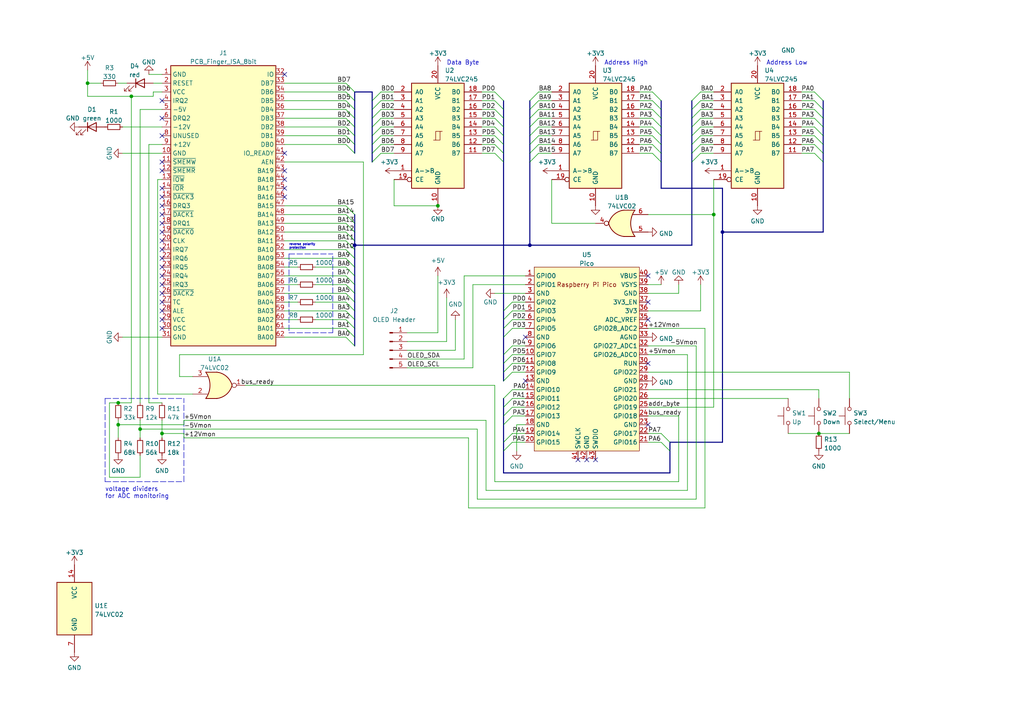
<source format=kicad_sch>
(kicad_sch (version 20211123) (generator eeschema)
  (paper "A4")
  (title_block (title "PicoPOST Prototype") (date "2022-06-16") (rev "0.2") (company "The Retro Web Community") (comment 1 "Schematic by Matthew Petry (fireTwoOneNine)"))
  (lib_symbols
    (symbol "74xx:74HC245" (pin_names (offset 1.016))
      (property "Reference" "U" (at -7.62 16.51 0))
      (property "Value" "74HC245" (at -7.62 -16.51 0))
      (symbol "74HC245_1_0"
        (pin input line (at -12.7 -10.16 0) (length 5.08) (name "A->B") (number "1"))
        (pin power_in line (at 0 -20.32 90) (length 5.08) (name "GND") (number "10"))
        (pin tri_state line (at 12.7 -5.08 180) (length 5.08) (name "B7") (number "11"))
        (pin tri_state line (at 12.7 -2.54 180) (length 5.08) (name "B6") (number "12"))
        (pin tri_state line (at 12.7 0 180) (length 5.08) (name "B5") (number "13"))
        (pin tri_state line (at 12.7 2.54 180) (length 5.08) (name "B4") (number "14"))
        (pin tri_state line (at 12.7 5.08 180) (length 5.08) (name "B3") (number "15"))
        (pin tri_state line (at 12.7 7.62 180) (length 5.08) (name "B2") (number "16"))
        (pin tri_state line (at 12.7 10.16 180) (length 5.08) (name "B1") (number "17"))
        (pin tri_state line (at 12.7 12.7 180) (length 5.08) (name "B0") (number "18"))
        (pin input inverted (at -12.7 -12.7 0) (length 5.08) (name "CE") (number "19"))
        (pin tri_state line (at -12.7 12.7 0) (length 5.08) (name "A0") (number "2"))
        (pin power_in line (at 0 20.32 270) (length 5.08) (name "VCC") (number "20"))
        (pin tri_state line (at -12.7 10.16 0) (length 5.08) (name "A1") (number "3"))
        (pin tri_state line (at -12.7 7.62 0) (length 5.08) (name "A2") (number "4"))
        (pin tri_state line (at -12.7 5.08 0) (length 5.08) (name "A3") (number "5"))
        (pin tri_state line (at -12.7 2.54 0) (length 5.08) (name "A4") (number "6"))
        (pin tri_state line (at -12.7 0 0) (length 5.08) (name "A5") (number "7"))
        (pin tri_state line (at -12.7 -2.54 0) (length 5.08) (name "A6") (number "8"))
        (pin tri_state line (at -12.7 -5.08 0) (length 5.08) (name "A7") (number "9"))
      )
    )
    (symbol "74xx:74LS02" (pin_names (offset 1.016))
      (property "Reference" "U" (at 0 1.27 0))
      (property "Value" "74LS02" (at 0 -1.27 0))
      (symbol "74LS02_1_1"
        (pin output inverted (at 7.62 0 180) (length 3.81) (name "~") (number "1"))
        (pin input line (at -7.62 2.54 0) (length 4.318) (name "~") (number "2"))
        (pin input line (at -7.62 -2.54 0) (length 4.318) (name "~") (number "3"))
      )
      (symbol "74LS02_1_2"
        (pin output line (at 7.62 0 180) (length 3.81) (name "~") (number "1"))
        (pin input inverted (at -7.62 2.54 0) (length 3.81) (name "~") (number "2"))
        (pin input inverted (at -7.62 -2.54 0) (length 3.81) (name "~") (number "3"))
      )
      (symbol "74LS02_2_1"
        (pin output inverted (at 7.62 0 180) (length 3.81) (name "~") (number "4"))
        (pin input line (at -7.62 2.54 0) (length 4.318) (name "~") (number "5"))
        (pin input line (at -7.62 -2.54 0) (length 4.318) (name "~") (number "6"))
      )
      (symbol "74LS02_2_2"
        (pin output line (at 7.62 0 180) (length 3.81) (name "~") (number "4"))
        (pin input inverted (at -7.62 2.54 0) (length 3.81) (name "~") (number "5"))
        (pin input inverted (at -7.62 -2.54 0) (length 3.81) (name "~") (number "6"))
      )
      (symbol "74LS02_3_1"
        (pin output inverted (at 7.62 0 180) (length 3.81) (name "~") (number "10"))
        (pin input line (at -7.62 2.54 0) (length 4.318) (name "~") (number "8"))
        (pin input line (at -7.62 -2.54 0) (length 4.318) (name "~") (number "9"))
      )
      (symbol "74LS02_3_2"
        (pin output line (at 7.62 0 180) (length 3.81) (name "~") (number "10"))
        (pin input inverted (at -7.62 2.54 0) (length 3.81) (name "~") (number "8"))
        (pin input inverted (at -7.62 -2.54 0) (length 3.81) (name "~") (number "9"))
      )
      (symbol "74LS02_4_1"
        (pin input line (at -7.62 2.54 0) (length 4.318) (name "~") (number "11"))
        (pin input line (at -7.62 -2.54 0) (length 4.318) (name "~") (number "12"))
        (pin output inverted (at 7.62 0 180) (length 3.81) (name "~") (number "13"))
      )
      (symbol "74LS02_4_2"
        (pin input inverted (at -7.62 2.54 0) (length 3.81) (name "~") (number "11"))
        (pin input inverted (at -7.62 -2.54 0) (length 3.81) (name "~") (number "12"))
        (pin output line (at 7.62 0 180) (length 3.81) (name "~") (number "13"))
      )
      (symbol "74LS02_5_0"
        (pin power_in line (at 0 12.7 270) (length 5.08) (name "VCC") (number "14"))
        (pin power_in line (at 0 -12.7 90) (length 5.08) (name "GND") (number "7"))
      )
    )
    (symbol "Connector:Conn_01x05_Male" (pin_names (offset 1.016) hide)
      (property "Reference" "J" (at 0 7.62 0))
      (property "Value" "Conn_01x05_Male" (at 0 -7.62 0))
      (symbol "Conn_01x05_Male_1_1"
        (pin passive line (at 5.08 5.08 180) (length 3.81) (name "Pin_1") (number "1"))
        (pin passive line (at 5.08 2.54 180) (length 3.81) (name "Pin_2") (number "2"))
        (pin passive line (at 5.08 0 180) (length 3.81) (name "Pin_3") (number "3"))
        (pin passive line (at 5.08 -2.54 180) (length 3.81) (name "Pin_4") (number "4"))
        (pin passive line (at 5.08 -5.08 180) (length 3.81) (name "Pin_5") (number "5"))
      )
    )
    (symbol "Device:LED" (pin_numbers hide) (pin_names (offset 1.016) hide)
      (property "Reference" "D" (at 0 2.54 0))
      (property "Value" "LED" (at 0 -2.54 0))
      (symbol "LED_1_1"
        (pin passive line (at -3.81 0 0) (length 2.54) (name "K") (number "1"))
        (pin passive line (at 3.81 0 180) (length 2.54) (name "A") (number "2"))
      )
    )
    (symbol "Device:R_Small" (pin_numbers hide) (pin_names (offset 0.254) hide)
      (property "Reference" "R" (at 0.762 0.508 0))
      (property "Value" "R_Small" (at 0.762 -1.016 0))
      (symbol "R_Small_1_1"
        (pin passive line (at 0 2.54 270) (length 0.762) (name "~") (number "1"))
        (pin passive line (at 0 -2.54 90) (length 0.762) (name "~") (number "2"))
      )
    )
    (symbol "ISAfinger:PCB_Finger_ISA_8bit"
      (property "Reference" "J1" (at 0 44.3398 0))
      (property "Value" "PCB_Finger_ISA_8bit" (at 0 41.8029 0))
      (symbol "PCB_Finger_ISA_8bit_1_1"
        (pin power_out line (at -17.78 38.1 0) (length 2.54) (name "GND") (number "1"))
        (pin power_out line (at -17.78 15.24 0) (length 2.54) (name "GND") (number "10"))
        (pin output line (at -17.78 12.7 0) (length 2.54) (name "~{SMEMW}") (number "11"))
        (pin output line (at -17.78 10.16 0) (length 2.54) (name "~{SMEMR}") (number "12"))
        (pin output line (at -17.78 7.62 0) (length 2.54) (name "~{IOW}") (number "13"))
        (pin output line (at -17.78 5.08 0) (length 2.54) (name "~{IOR}") (number "14"))
        (pin passive line (at -17.78 2.54 0) (length 2.54) (name "~{DACK3}") (number "15"))
        (pin passive line (at -17.78 0 0) (length 2.54) (name "DRQ3") (number "16"))
        (pin passive line (at -17.78 -2.54 0) (length 2.54) (name "~{DACK1}") (number "17"))
        (pin passive line (at -17.78 -5.08 0) (length 2.54) (name "DRQ1") (number "18"))
        (pin passive line (at -17.78 -7.62 0) (length 2.54) (name "~{DACK0}") (number "19"))
        (pin output line (at -17.78 35.56 0) (length 2.54) (name "RESET") (number "2"))
        (pin input line (at -17.78 -10.16 0) (length 2.54) (name "CLK") (number "20"))
        (pin passive line (at -17.78 -12.7 0) (length 2.54) (name "IRQ7") (number "21"))
        (pin passive line (at -17.78 -15.24 0) (length 2.54) (name "IRQ6") (number "22"))
        (pin passive line (at -17.78 -17.78 0) (length 2.54) (name "IRQ5") (number "23"))
        (pin passive line (at -17.78 -20.32 0) (length 2.54) (name "IRQ4") (number "24"))
        (pin passive line (at -17.78 -22.86 0) (length 2.54) (name "IRQ3") (number "25"))
        (pin passive line (at -17.78 -25.4 0) (length 2.54) (name "~{DACK2}") (number "26"))
        (pin passive line (at -17.78 -27.94 0) (length 2.54) (name "TC") (number "27"))
        (pin output line (at -17.78 -30.48 0) (length 2.54) (name "ALE") (number "28"))
        (pin power_out line (at -17.78 -33.02 0) (length 2.54) (name "VCC") (number "29"))
        (pin power_out line (at -17.78 33.02 0) (length 2.54) (name "VCC") (number "3"))
        (pin output line (at -17.78 -35.56 0) (length 2.54) (name "OSC") (number "30"))
        (pin power_out line (at -17.78 -38.1 0) (length 2.54) (name "GND") (number "31"))
        (pin passive line (at 17.78 38.1 180) (length 2.54) (name "IO") (number "32"))
        (pin tri_state line (at 17.78 35.56 180) (length 2.54) (name "DB7") (number "33"))
        (pin tri_state line (at 17.78 33.02 180) (length 2.54) (name "DB6") (number "34"))
        (pin tri_state line (at 17.78 30.48 180) (length 2.54) (name "DB5") (number "35"))
        (pin tri_state line (at 17.78 27.94 180) (length 2.54) (name "DB4") (number "36"))
        (pin tri_state line (at 17.78 25.4 180) (length 2.54) (name "DB3") (number "37"))
        (pin tri_state line (at 17.78 22.86 180) (length 2.54) (name "DB2") (number "38"))
        (pin tri_state line (at 17.78 20.32 180) (length 2.54) (name "DB1") (number "39"))
        (pin passive line (at -17.78 30.48 0) (length 2.54) (name "IRQ2") (number "4"))
        (pin tri_state line (at 17.78 17.78 180) (length 2.54) (name "DB0") (number "40"))
        (pin passive line (at 17.78 15.24 180) (length 2.54) (name "IO_READY") (number "41"))
        (pin output line (at 17.78 12.7 180) (length 2.54) (name "AEN") (number "42"))
        (pin tri_state line (at 17.78 10.16 180) (length 2.54) (name "BA19") (number "43"))
        (pin tri_state line (at 17.78 7.62 180) (length 2.54) (name "BA18") (number "44"))
        (pin tri_state line (at 17.78 5.08 180) (length 2.54) (name "BA17") (number "45"))
        (pin tri_state line (at 17.78 2.54 180) (length 2.54) (name "BA16") (number "46"))
        (pin tri_state line (at 17.78 0 180) (length 2.54) (name "BA15") (number "47"))
        (pin tri_state line (at 17.78 -2.54 180) (length 2.54) (name "BA14") (number "48"))
        (pin tri_state line (at 17.78 -5.08 180) (length 2.54) (name "BA13") (number "49"))
        (pin power_out line (at -17.78 27.94 0) (length 2.54) (name "-5V") (number "5"))
        (pin tri_state line (at 17.78 -7.62 180) (length 2.54) (name "BA12") (number "50"))
        (pin tri_state line (at 17.78 -10.16 180) (length 2.54) (name "BA11") (number "51"))
        (pin tri_state line (at 17.78 -12.7 180) (length 2.54) (name "BA10") (number "52"))
        (pin tri_state line (at 17.78 -15.24 180) (length 2.54) (name "BA09") (number "53"))
        (pin tri_state line (at 17.78 -17.78 180) (length 2.54) (name "BA08") (number "54"))
        (pin tri_state line (at 17.78 -20.32 180) (length 2.54) (name "BA07") (number "55"))
        (pin tri_state line (at 17.78 -22.86 180) (length 2.54) (name "BA06") (number "56"))
        (pin tri_state line (at 17.78 -25.4 180) (length 2.54) (name "BA05") (number "57"))
        (pin tri_state line (at 17.78 -27.94 180) (length 2.54) (name "BA04") (number "58"))
        (pin tri_state line (at 17.78 -30.48 180) (length 2.54) (name "BA03") (number "59"))
        (pin passive line (at -17.78 25.4 0) (length 2.54) (name "DRQ2") (number "6"))
        (pin tri_state line (at 17.78 -33.02 180) (length 2.54) (name "BA02") (number "60"))
        (pin tri_state line (at 17.78 -35.56 180) (length 2.54) (name "BA01") (number "61"))
        (pin tri_state line (at 17.78 -38.1 180) (length 2.54) (name "BA00") (number "62"))
        (pin power_out line (at -17.78 22.86 0) (length 2.54) (name "-12V") (number "7"))
        (pin passive line (at -17.78 20.32 0) (length 2.54) (name "UNUSED") (number "8"))
        (pin power_out line (at -17.78 17.78 0) (length 2.54) (name "+12V") (number "9"))
      )
    )
    (symbol "MCU_RaspberryPi_and_Boards:Pico"
      (property "Reference" "U5" (at 0 30.2428 0))
      (property "Value" "Pico" (at 0 27.7059 0))
      (symbol "Pico_0_0"
        (text "Raspberry Pi Pico" (at 0 21.59 0) (effects (font (size 1.27 1.27))))
      )
      (symbol "Pico_1_1"
        (pin bidirectional line (at -17.78 24.13 0) (length 2.54) (name "GPIO0") (number "1"))
        (pin bidirectional line (at -17.78 1.27 0) (length 2.54) (name "GPIO7") (number "10"))
        (pin bidirectional line (at -17.78 -1.27 0) (length 2.54) (name "GPIO8") (number "11"))
        (pin bidirectional line (at -17.78 -3.81 0) (length 2.54) (name "GPIO9") (number "12"))
        (pin power_in line (at -17.78 -6.35 0) (length 2.54) (name "GND") (number "13"))
        (pin bidirectional line (at -17.78 -8.89 0) (length 2.54) (name "GPIO10") (number "14"))
        (pin bidirectional line (at -17.78 -11.43 0) (length 2.54) (name "GPIO11") (number "15"))
        (pin bidirectional line (at -17.78 -13.97 0) (length 2.54) (name "GPIO12") (number "16"))
        (pin bidirectional line (at -17.78 -16.51 0) (length 2.54) (name "GPIO13") (number "17"))
        (pin power_in line (at -17.78 -19.05 0) (length 2.54) (name "GND") (number "18"))
        (pin bidirectional line (at -17.78 -21.59 0) (length 2.54) (name "GPIO14") (number "19"))
        (pin bidirectional line (at -17.78 21.59 0) (length 2.54) (name "GPIO1") (number "2"))
        (pin bidirectional line (at -17.78 -24.13 0) (length 2.54) (name "GPIO15") (number "20"))
        (pin bidirectional line (at 17.78 -24.13 180) (length 2.54) (name "GPIO16") (number "21"))
        (pin bidirectional line (at 17.78 -21.59 180) (length 2.54) (name "GPIO17") (number "22"))
        (pin power_in line (at 17.78 -19.05 180) (length 2.54) (name "GND") (number "23"))
        (pin bidirectional line (at 17.78 -16.51 180) (length 2.54) (name "GPIO18") (number "24"))
        (pin bidirectional line (at 17.78 -13.97 180) (length 2.54) (name "GPIO19") (number "25"))
        (pin bidirectional line (at 17.78 -11.43 180) (length 2.54) (name "GPIO20") (number "26"))
        (pin bidirectional line (at 17.78 -8.89 180) (length 2.54) (name "GPIO21") (number "27"))
        (pin power_in line (at 17.78 -6.35 180) (length 2.54) (name "GND") (number "28"))
        (pin bidirectional line (at 17.78 -3.81 180) (length 2.54) (name "GPIO22") (number "29"))
        (pin power_in line (at -17.78 19.05 0) (length 2.54) (name "GND") (number "3"))
        (pin input line (at 17.78 -1.27 180) (length 2.54) (name "RUN") (number "30"))
        (pin bidirectional line (at 17.78 1.27 180) (length 2.54) (name "GPIO26_ADC0") (number "31"))
        (pin bidirectional line (at 17.78 3.81 180) (length 2.54) (name "GPIO27_ADC1") (number "32"))
        (pin power_in line (at 17.78 6.35 180) (length 2.54) (name "AGND") (number "33"))
        (pin bidirectional line (at 17.78 8.89 180) (length 2.54) (name "GPIO28_ADC2") (number "34"))
        (pin power_in line (at 17.78 11.43 180) (length 2.54) (name "ADC_VREF") (number "35"))
        (pin power_out line (at 17.78 13.97 180) (length 2.54) (name "3V3") (number "36"))
        (pin input line (at 17.78 16.51 180) (length 2.54) (name "3V3_EN") (number "37"))
        (pin power_in line (at 17.78 19.05 180) (length 2.54) (name "GND") (number "38"))
        (pin power_in line (at 17.78 21.59 180) (length 2.54) (name "VSYS") (number "39"))
        (pin bidirectional line (at -17.78 16.51 0) (length 2.54) (name "GPIO2") (number "4"))
        (pin power_in line (at 17.78 24.13 180) (length 2.54) (name "VBUS") (number "40"))
        (pin input line (at -2.54 -29.21 90) (length 2.54) (name "SWCLK") (number "41"))
        (pin power_in line (at 0 -29.21 90) (length 2.54) (name "GND") (number "42"))
        (pin bidirectional line (at 2.54 -29.21 90) (length 2.54) (name "SWDIO") (number "43"))
        (pin bidirectional line (at -17.78 13.97 0) (length 2.54) (name "GPIO3") (number "5"))
        (pin bidirectional line (at -17.78 11.43 0) (length 2.54) (name "GPIO4") (number "6"))
        (pin bidirectional line (at -17.78 8.89 0) (length 2.54) (name "GPIO5") (number "7"))
        (pin power_in line (at -17.78 6.35 0) (length 2.54) (name "GND") (number "8"))
        (pin bidirectional line (at -17.78 3.81 0) (length 2.54) (name "GPIO6") (number "9"))
      )
    )
    (symbol "Switch:SW_Push" (pin_numbers hide) (pin_names (offset 1.016) hide)
      (property "Reference" "SW" (at 1.27 2.54 0))
      (property "Value" "SW_Push" (at 0 -1.524 0))
      (symbol "SW_Push_0_1"
        (pin passive line (at -5.08 0 0) (length 2.54) (name "1") (number "1"))
        (pin passive line (at 5.08 0 180) (length 2.54) (name "2") (number "2"))
      )
    )
    (symbol "power:+3.3V" (power) (pin_names (offset 0))
      (property "Value" "+3.3V" (at 0 3.556 0))
      (symbol "+3.3V_1_1"
        (pin power_in line (at 0 0 90) (length 0) hide (name "+3V3") (number "1"))
      )
    )
    (symbol "power:+5V" (power) (pin_names (offset 0))
      (property "Value" "+5V" (at 0 3.556 0))
      (symbol "+5V_1_1"
        (pin power_in line (at 0 0 90) (length 0) hide (name "+5V") (number "1"))
      )
    )
    (symbol "power:GND" (power) (pin_names (offset 0))
      (property "Value" "GND" (at 0 -3.81 0))
      (symbol "GND_1_1"
        (pin power_in line (at 0 0 270) (length 0) hide (name "GND") (number "1"))
      )
    )
  )
  (junction (at 102.87 71.12))
  (junction (at 38.1 27.94))
  (junction (at 34.29 123.19))
  (junction (at 237.49 125.73))
  (junction (at 25.4 24.13))
  (junction (at 46.99 125.73))
  (junction (at 40.64 124.46))
  (junction (at 153.67 71.12))
  (junction (at 209.55 67.31))
  (junction (at 34.29 116.84))
  (junction (at 207.01 62.23))
  (junction (at 127 59.69))
  (no_connect (at 46.99 74.93))
  (no_connect (at 46.99 64.77))
  (no_connect (at 82.55 44.45))
  (no_connect (at 82.55 21.59))
  (no_connect (at 46.99 82.55))
  (no_connect (at 46.99 46.99))
  (no_connect (at 187.96 87.63))
  (no_connect (at 46.99 77.47))
  (no_connect (at 46.99 87.63))
  (no_connect (at 46.99 59.69))
  (no_connect (at 46.99 72.39))
  (no_connect (at 46.99 90.17))
  (no_connect (at 46.99 85.09))
  (no_connect (at 46.99 67.31))
  (no_connect (at 46.99 54.61))
  (no_connect (at 46.99 95.25))
  (no_connect (at 187.96 123.19))
  (no_connect (at 167.64 133.35))
  (no_connect (at 170.18 133.35))
  (no_connect (at 172.72 133.35))
  (no_connect (at 187.96 92.71))
  (no_connect (at 187.96 105.41))
  (no_connect (at 46.99 92.71))
  (no_connect (at 82.55 52.07))
  (no_connect (at 46.99 69.85))
  (no_connect (at 46.99 49.53))
  (no_connect (at 46.99 29.21))
  (no_connect (at 46.99 57.15))
  (no_connect (at 82.55 49.53))
  (no_connect (at 46.99 62.23))
  (no_connect (at 82.55 57.15))
  (no_connect (at 46.99 39.37))
  (no_connect (at 187.96 80.01))
  (no_connect (at 152.4 110.49))
  (no_connect (at 152.4 97.79))
  (no_connect (at 82.55 54.61))
  (no_connect (at 46.99 80.01))
  (no_connect (at 46.99 34.29))
  (bus_entry (at 189.23 34.29) (size 2.54 2.54))
  (bus_entry (at 189.23 31.75) (size 2.54 2.54))
  (bus_entry (at 236.22 31.75) (size 2.54 2.54))
  (bus_entry (at 100.33 26.67) (size 2.54 2.54))
  (bus_entry (at 203.2 41.91) (size -2.54 2.54))
  (bus_entry (at 189.23 44.45) (size 2.54 2.54))
  (bus_entry (at 236.22 39.37) (size 2.54 2.54))
  (bus_entry (at 189.23 26.67) (size 2.54 2.54))
  (bus_entry (at 100.33 95.25) (size 2.54 2.54))
  (bus_entry (at 100.33 80.01) (size 2.54 2.54))
  (bus_entry (at 203.2 29.21) (size -2.54 2.54))
  (bus_entry (at 189.23 36.83) (size 2.54 2.54))
  (bus_entry (at 203.2 36.83) (size -2.54 2.54))
  (bus_entry (at 203.2 44.45) (size -2.54 2.54))
  (bus_entry (at 146.05 123.19) (size 2.54 -2.54))
  (bus_entry (at 100.33 85.09) (size 2.54 2.54))
  (bus_entry (at 100.33 39.37) (size 2.54 2.54))
  (bus_entry (at 146.05 118.11) (size 2.54 -2.54))
  (bus_entry (at 236.22 26.67) (size 2.54 2.54))
  (bus_entry (at 110.49 44.45) (size -2.54 2.54))
  (bus_entry (at 110.49 41.91) (size -2.54 2.54))
  (bus_entry (at 110.49 31.75) (size -2.54 2.54))
  (bus_entry (at 110.49 34.29) (size -2.54 2.54))
  (bus_entry (at 110.49 36.83) (size -2.54 2.54))
  (bus_entry (at 110.49 39.37) (size -2.54 2.54))
  (bus_entry (at 100.33 72.39) (size 2.54 2.54))
  (bus_entry (at 110.49 29.21) (size -2.54 2.54))
  (bus_entry (at 100.33 34.29) (size 2.54 2.54))
  (bus_entry (at 100.33 77.47) (size 2.54 2.54))
  (bus_entry (at 156.21 44.45) (size -2.54 2.54))
  (bus_entry (at 156.21 41.91) (size -2.54 2.54))
  (bus_entry (at 156.21 36.83) (size -2.54 2.54))
  (bus_entry (at 156.21 39.37) (size -2.54 2.54))
  (bus_entry (at 156.21 29.21) (size -2.54 2.54))
  (bus_entry (at 156.21 31.75) (size -2.54 2.54))
  (bus_entry (at 156.21 26.67) (size -2.54 2.54))
  (bus_entry (at 156.21 34.29) (size -2.54 2.54))
  (bus_entry (at 100.33 82.55) (size 2.54 2.54))
  (bus_entry (at 100.33 67.31) (size 2.54 2.54))
  (bus_entry (at 236.22 36.83) (size 2.54 2.54))
  (bus_entry (at 236.22 41.91) (size 2.54 2.54))
  (bus_entry (at 100.33 59.69) (size 2.54 2.54))
  (bus_entry (at 189.23 41.91) (size 2.54 2.54))
  (bus_entry (at 100.33 69.85) (size 2.54 2.54))
  (bus_entry (at 148.59 128.27) (size -2.54 2.54))
  (bus_entry (at 148.59 125.73) (size -2.54 2.54))
  (bus_entry (at 100.33 62.23) (size 2.54 2.54))
  (bus_entry (at 100.33 36.83) (size 2.54 2.54))
  (bus_entry (at 203.2 39.37) (size -2.54 2.54))
  (bus_entry (at 146.05 102.87) (size 2.54 -2.54))
  (bus_entry (at 146.05 97.79) (size 2.54 -2.54))
  (bus_entry (at 146.05 105.41) (size 2.54 -2.54))
  (bus_entry (at 146.05 90.17) (size 2.54 -2.54))
  (bus_entry (at 146.05 95.25) (size 2.54 -2.54))
  (bus_entry (at 146.05 92.71) (size 2.54 -2.54))
  (bus_entry (at 146.05 110.49) (size 2.54 -2.54))
  (bus_entry (at 146.05 107.95) (size 2.54 -2.54))
  (bus_entry (at 143.51 39.37) (size 2.54 2.54))
  (bus_entry (at 143.51 26.67) (size 2.54 2.54))
  (bus_entry (at 143.51 29.21) (size 2.54 2.54))
  (bus_entry (at 143.51 31.75) (size 2.54 2.54))
  (bus_entry (at 143.51 34.29) (size 2.54 2.54))
  (bus_entry (at 143.51 36.83) (size 2.54 2.54))
  (bus_entry (at 143.51 41.91) (size 2.54 2.54))
  (bus_entry (at 143.51 44.45) (size 2.54 2.54))
  (bus_entry (at 236.22 34.29) (size 2.54 2.54))
  (bus_entry (at 146.05 120.65) (size 2.54 -2.54))
  (bus_entry (at 100.33 31.75) (size 2.54 2.54))
  (bus_entry (at 100.33 97.79) (size 2.54 2.54))
  (bus_entry (at 100.33 24.13) (size 2.54 2.54))
  (bus_entry (at 100.33 29.21) (size 2.54 2.54))
  (bus_entry (at 100.33 64.77) (size 2.54 2.54))
  (bus_entry (at 146.05 115.57) (size 2.54 -2.54))
  (bus_entry (at 236.22 44.45) (size 2.54 2.54))
  (bus_entry (at 236.22 29.21) (size 2.54 2.54))
  (bus_entry (at 203.2 26.67) (size -2.54 2.54))
  (bus_entry (at 100.33 90.17) (size 2.54 2.54))
  (bus_entry (at 191.77 128.27) (size 2.54 2.54))
  (bus_entry (at 191.77 125.73) (size 2.54 2.54))
  (bus_entry (at 107.95 29.21) (size 2.54 -2.54))
  (bus_entry (at 189.23 39.37) (size 2.54 2.54))
  (bus_entry (at 100.33 87.63) (size 2.54 2.54))
  (bus_entry (at 189.23 29.21) (size 2.54 2.54))
  (bus_entry (at 100.33 92.71) (size 2.54 2.54))
  (bus_entry (at 203.2 34.29) (size -2.54 2.54))
  (bus_entry (at 100.33 74.93) (size 2.54 2.54))
  (bus_entry (at 203.2 31.75) (size -2.54 2.54))
  (bus_entry (at 100.33 41.91) (size 2.54 2.54))
  (bus (pts (xy 200.66 71.12) (xy 200.66 46.99)))
  (wire (pts (xy 82.55 85.09) (xy 100.33 85.09)))
  (bus (pts (xy 146.05 34.29) (xy 146.05 36.83)))
  (wire (pts (xy 91.44 87.63) (xy 100.33 87.63)))
  (polyline (pts (xy 83.82 73.66) (xy 83.82 96.52)))
  (wire (pts (xy 43.18 21.59) (xy 46.99 21.59)))
  (wire (pts (xy 207.01 52.07) (xy 207.01 62.23)))
  (bus (pts (xy 194.31 128.27) (xy 209.55 128.27)))
  (wire (pts (xy 191.77 125.73) (xy 187.96 125.73)))
  (wire (pts (xy 82.55 92.71) (xy 86.36 92.71)))
  (wire (pts (xy 201.93 144.78) (xy 201.93 100.33)))
  (wire (pts (xy 118.11 99.06) (xy 129.54 99.06)))
  (bus (pts (xy 102.87 77.47) (xy 102.87 80.01)))
  (wire (pts (xy 46.99 125.73) (xy 46.99 127)))
  (wire (pts (xy 53.34 125.73) (xy 53.34 127)))
  (bus (pts (xy 102.87 87.63) (xy 102.87 90.17)))
  (wire (pts (xy 118.11 96.52) (xy 127 96.52)))
  (bus (pts (xy 102.87 92.71) (xy 102.87 95.25)))
  (wire (pts (xy 139.7 39.37) (xy 143.51 39.37)))
  (wire (pts (xy 82.55 77.47) (xy 86.36 77.47)))
  (wire (pts (xy 201.93 100.33) (xy 187.96 100.33)))
  (bus (pts (xy 238.76 67.31) (xy 238.76 46.99)))
  (wire (pts (xy 156.21 39.37) (xy 160.02 39.37)))
  (wire (pts (xy 46.99 121.92) (xy 46.99 125.73)))
  (bus (pts (xy 146.05 105.41) (xy 146.05 107.95)))
  (polyline (pts (xy 30.48 139.7) (xy 53.34 139.7)))
  (wire (pts (xy 185.42 26.67) (xy 189.23 26.67)))
  (wire (pts (xy 203.2 41.91) (xy 207.01 41.91)))
  (polyline (pts (xy 53.34 139.7) (xy 53.34 115.57)))
  (wire (pts (xy 114.3 52.07) (xy 114.3 59.69)))
  (wire (pts (xy 82.55 87.63) (xy 86.36 87.63)))
  (wire (pts (xy 203.2 36.83) (xy 207.01 36.83)))
  (bus (pts (xy 238.76 31.75) (xy 238.76 34.29)))
  (wire (pts (xy 82.55 80.01) (xy 100.33 80.01)))
  (wire (pts (xy 25.4 24.13) (xy 29.21 24.13)))
  (wire (pts (xy 139.7 41.91) (xy 143.51 41.91)))
  (wire (pts (xy 46.99 52.07) (xy 45.72 52.07)))
  (bus (pts (xy 102.87 97.79) (xy 102.87 100.33)))
  (wire (pts (xy 152.4 105.41) (xy 148.59 105.41)))
  (bus (pts (xy 102.87 72.39) (xy 102.87 74.93)))
  (wire (pts (xy 82.55 41.91) (xy 100.33 41.91)))
  (bus (pts (xy 191.77 29.21) (xy 191.77 31.75)))
  (wire (pts (xy 31.75 116.84) (xy 34.29 116.84)))
  (wire (pts (xy 82.55 26.67) (xy 100.33 26.67)))
  (bus (pts (xy 102.87 34.29) (xy 102.87 31.75)))
  (bus (pts (xy 102.87 36.83) (xy 102.87 34.29)))
  (bus (pts (xy 146.05 44.45) (xy 146.05 46.99)))
  (wire (pts (xy 82.55 39.37) (xy 100.33 39.37)))
  (bus (pts (xy 107.95 41.91) (xy 107.95 44.45)))
  (wire (pts (xy 118.11 106.68) (xy 137.16 106.68)))
  (wire (pts (xy 143.51 85.09) (xy 152.4 85.09)))
  (wire (pts (xy 44.45 26.67) (xy 44.45 27.94)))
  (wire (pts (xy 156.21 26.67) (xy 160.02 26.67)))
  (wire (pts (xy 152.4 87.63) (xy 148.59 87.63)))
  (bus (pts (xy 146.05 123.19) (xy 146.05 128.27)))
  (wire (pts (xy 34.29 123.19) (xy 34.29 127)))
  (wire (pts (xy 82.55 97.79) (xy 100.33 97.79)))
  (wire (pts (xy 148.59 128.27) (xy 152.4 128.27)))
  (wire (pts (xy 232.41 41.91) (xy 236.22 41.91)))
  (wire (pts (xy 156.21 31.75) (xy 160.02 31.75)))
  (wire (pts (xy 139.7 44.45) (xy 143.51 44.45)))
  (wire (pts (xy 207.01 62.23) (xy 207.01 118.11)))
  (bus (pts (xy 153.67 44.45) (xy 153.67 46.99)))
  (wire (pts (xy 185.42 36.83) (xy 189.23 36.83)))
  (wire (pts (xy 82.55 59.69) (xy 100.33 59.69)))
  (wire (pts (xy 199.39 102.87) (xy 187.96 102.87)))
  (bus (pts (xy 238.76 29.21) (xy 238.76 31.75)))
  (wire (pts (xy 152.4 82.55) (xy 137.16 82.55)))
  (wire (pts (xy 232.41 39.37) (xy 236.22 39.37)))
  (bus (pts (xy 191.77 44.45) (xy 191.77 46.99)))
  (wire (pts (xy 110.49 39.37) (xy 114.3 39.37)))
  (wire (pts (xy 185.42 41.91) (xy 189.23 41.91)))
  (wire (pts (xy 152.4 80.01) (xy 134.62 80.01)))
  (wire (pts (xy 152.4 95.25) (xy 148.59 95.25)))
  (wire (pts (xy 114.3 59.69) (xy 127 59.69)))
  (wire (pts (xy 246.38 107.95) (xy 187.96 107.95)))
  (bus (pts (xy 107.95 36.83) (xy 107.95 39.37)))
  (bus (pts (xy 153.67 29.21) (xy 153.67 31.75)))
  (bus (pts (xy 146.05 36.83) (xy 146.05 39.37)))
  (bus (pts (xy 153.67 71.12) (xy 153.67 46.99)))
  (wire (pts (xy 140.97 121.92) (xy 140.97 142.24)))
  (wire (pts (xy 34.29 24.13) (xy 36.83 24.13)))
  (wire (pts (xy 156.21 36.83) (xy 160.02 36.83)))
  (wire (pts (xy 52.07 109.22) (xy 55.88 109.22)))
  (wire (pts (xy 199.39 142.24) (xy 199.39 102.87)))
  (bus (pts (xy 107.95 29.21) (xy 107.95 31.75)))
  (wire (pts (xy 38.1 27.94) (xy 44.45 27.94)))
  (wire (pts (xy 187.96 120.65) (xy 196.85 120.65)))
  (wire (pts (xy 82.55 67.31) (xy 100.33 67.31)))
  (bus (pts (xy 153.67 71.12) (xy 200.66 71.12)))
  (bus (pts (xy 146.05 120.65) (xy 146.05 123.19)))
  (wire (pts (xy 82.55 36.83) (xy 100.33 36.83)))
  (wire (pts (xy 82.55 72.39) (xy 100.33 72.39)))
  (polyline (pts (xy 30.48 115.57) (xy 30.48 139.7)))
  (bus (pts (xy 194.31 128.27) (xy 194.31 130.81)))
  (bus (pts (xy 146.05 107.95) (xy 146.05 110.49)))
  (wire (pts (xy 148.5712 128.27) (xy 148.59 128.27)))
  (wire (pts (xy 246.38 115.57) (xy 246.38 107.95)))
  (wire (pts (xy 203.2 34.29) (xy 207.01 34.29)))
  (wire (pts (xy 82.55 64.77) (xy 100.33 64.77)))
  (wire (pts (xy 137.16 82.55) (xy 137.16 106.68)))
  (wire (pts (xy 91.44 82.55) (xy 100.33 82.55)))
  (bus (pts (xy 146.05 128.27) (xy 146.05 130.81)))
  (wire (pts (xy 110.49 41.91) (xy 114.3 41.91)))
  (wire (pts (xy 185.42 31.75) (xy 189.23 31.75)))
  (wire (pts (xy 34.29 123.19) (xy 53.34 123.19)))
  (wire (pts (xy 139.7 36.83) (xy 143.51 36.83)))
  (wire (pts (xy 149.86 123.19) (xy 149.86 130.81)))
  (wire (pts (xy 52.07 102.87) (xy 105.41 102.87)))
  (wire (pts (xy 152.4 107.95) (xy 148.59 107.95)))
  (bus (pts (xy 102.87 31.75) (xy 102.87 29.21)))
  (wire (pts (xy 134.62 80.01) (xy 134.62 104.14)))
  (wire (pts (xy 152.4 123.19) (xy 149.86 123.19)))
  (bus (pts (xy 238.76 36.83) (xy 238.76 39.37)))
  (bus (pts (xy 200.66 36.83) (xy 200.66 39.37)))
  (wire (pts (xy 40.64 121.92) (xy 40.64 124.46)))
  (bus (pts (xy 238.76 39.37) (xy 238.76 41.91)))
  (bus (pts (xy 153.67 39.37) (xy 153.67 41.91)))
  (wire (pts (xy 43.18 116.84) (xy 46.99 116.84)))
  (bus (pts (xy 102.87 29.21) (xy 102.87 26.67)))
  (bus (pts (xy 102.87 69.85) (xy 102.87 71.12)))
  (wire (pts (xy 207.01 62.23) (xy 187.96 62.23)))
  (wire (pts (xy 25.4 20.32) (xy 25.4 24.13)))
  (bus (pts (xy 102.87 26.67) (xy 107.95 26.67)))
  (bus (pts (xy 200.66 29.21) (xy 200.66 31.75)))
  (wire (pts (xy 143.51 139.7) (xy 196.85 139.7)))
  (wire (pts (xy 82.55 82.55) (xy 86.36 82.55)))
  (bus (pts (xy 107.95 26.67) (xy 107.95 29.21)))
  (wire (pts (xy 152.4 113.03) (xy 148.59 113.03)))
  (bus (pts (xy 102.87 62.23) (xy 102.87 64.77)))
  (wire (pts (xy 82.55 74.93) (xy 100.33 74.93)))
  (bus (pts (xy 102.87 71.12) (xy 102.87 72.39)))
  (bus (pts (xy 191.77 41.91) (xy 191.77 44.45)))
  (wire (pts (xy 203.2 26.67) (xy 207.01 26.67)))
  (wire (pts (xy 185.42 29.21) (xy 189.23 29.21)))
  (wire (pts (xy 110.49 34.29) (xy 114.3 34.29)))
  (polyline (pts (xy 30.48 115.57) (xy 53.34 115.57)))
  (wire (pts (xy 237.49 113.03) (xy 187.96 113.03)))
  (bus (pts (xy 146.05 102.87) (xy 146.05 105.41)))
  (bus (pts (xy 102.87 67.31) (xy 102.87 69.85)))
  (bus (pts (xy 146.05 39.37) (xy 146.05 41.91)))
  (wire (pts (xy 156.21 29.21) (xy 160.02 29.21)))
  (wire (pts (xy 191.77 128.27) (xy 187.96 128.27)))
  (wire (pts (xy 35.56 36.83) (xy 46.99 36.83)))
  (wire (pts (xy 82.55 31.75) (xy 100.33 31.75)))
  (bus (pts (xy 238.76 44.45) (xy 238.76 46.99)))
  (wire (pts (xy 110.49 36.83) (xy 114.3 36.83)))
  (wire (pts (xy 53.34 123.19) (xy 53.34 121.92)))
  (bus (pts (xy 107.95 34.29) (xy 107.95 36.83)))
  (wire (pts (xy 196.85 85.09) (xy 196.85 82.55)))
  (bus (pts (xy 102.87 64.77) (xy 102.87 67.31)))
  (wire (pts (xy 203.2 44.45) (xy 207.01 44.45)))
  (wire (pts (xy 82.55 34.29) (xy 100.33 34.29)))
  (bus (pts (xy 238.76 41.91) (xy 238.76 44.45)))
  (wire (pts (xy 203.2 29.21) (xy 207.01 29.21)))
  (bus (pts (xy 191.77 36.83) (xy 191.77 39.37)))
  (wire (pts (xy 143.51 111.76) (xy 143.51 139.7)))
  (bus (pts (xy 102.87 39.37) (xy 102.87 36.83)))
  (bus (pts (xy 238.76 34.29) (xy 238.76 36.83)))
  (polyline (pts (xy 83.82 73.66) (xy 96.52 73.66)))
  (wire (pts (xy 82.55 24.13) (xy 100.33 24.13)))
  (wire (pts (xy 82.55 62.23) (xy 100.33 62.23)))
  (wire (pts (xy 35.56 97.79) (xy 46.99 97.79)))
  (wire (pts (xy 110.49 29.21) (xy 114.3 29.21)))
  (wire (pts (xy 40.64 138.43) (xy 31.75 138.43)))
  (bus (pts (xy 146.05 115.57) (xy 146.05 118.11)))
  (bus (pts (xy 200.66 44.45) (xy 200.66 46.99)))
  (polyline (pts (xy 83.82 96.52) (xy 96.52 96.52)))
  (wire (pts (xy 156.21 34.29) (xy 160.02 34.29)))
  (bus (pts (xy 200.66 39.37) (xy 200.66 41.91)))
  (wire (pts (xy 187.96 85.09) (xy 196.85 85.09)))
  (wire (pts (xy 228.6 125.73) (xy 237.49 125.73)))
  (wire (pts (xy 110.49 31.75) (xy 114.3 31.75)))
  (wire (pts (xy 82.55 46.99) (xy 105.41 46.99)))
  (wire (pts (xy 34.29 121.92) (xy 34.29 123.19)))
  (wire (pts (xy 232.41 36.83) (xy 236.22 36.83)))
  (bus (pts (xy 102.87 95.25) (xy 102.87 97.79)))
  (bus (pts (xy 200.66 34.29) (xy 200.66 36.83)))
  (wire (pts (xy 152.4 120.65) (xy 148.59 120.65)))
  (bus (pts (xy 209.55 54.61) (xy 209.55 67.31)))
  (wire (pts (xy 152.4 118.11) (xy 148.59 118.11)))
  (wire (pts (xy 156.21 41.91) (xy 160.02 41.91)))
  (wire (pts (xy 139.7 26.67) (xy 143.51 26.67)))
  (wire (pts (xy 110.49 26.67) (xy 114.3 26.67)))
  (bus (pts (xy 107.95 31.75) (xy 107.95 34.29)))
  (wire (pts (xy 152.4 90.17) (xy 148.59 90.17)))
  (wire (pts (xy 139.7 34.29) (xy 143.51 34.29)))
  (bus (pts (xy 191.77 39.37) (xy 191.77 41.91)))
  (bus (pts (xy 153.67 34.29) (xy 153.67 36.83)))
  (wire (pts (xy 118.11 104.14) (xy 134.62 104.14)))
  (bus (pts (xy 102.87 44.45) (xy 102.87 41.91)))
  (wire (pts (xy 82.55 95.25) (xy 100.33 95.25)))
  (wire (pts (xy 52.07 102.87) (xy 52.07 109.22)))
  (bus (pts (xy 146.05 118.11) (xy 146.05 120.65)))
  (bus (pts (xy 209.55 67.31) (xy 238.76 67.31)))
  (bus (pts (xy 146.05 41.91) (xy 146.05 44.45)))
  (bus (pts (xy 194.31 130.81) (xy 194.31 137.16)))
  (wire (pts (xy 152.4 115.57) (xy 148.59 115.57)))
  (bus (pts (xy 153.67 41.91) (xy 153.67 44.45)))
  (bus (pts (xy 146.05 92.71) (xy 146.05 95.25)))
  (bus (pts (xy 102.87 85.09) (xy 102.87 87.63)))
  (wire (pts (xy 132.08 101.6) (xy 132.08 92.71)))
  (wire (pts (xy 118.11 101.6) (xy 132.08 101.6)))
  (bus (pts (xy 200.66 41.91) (xy 200.66 44.45)))
  (bus (pts (xy 191.77 31.75) (xy 191.77 34.29)))
  (bus (pts (xy 102.87 74.93) (xy 102.87 77.47)))
  (wire (pts (xy 156.21 44.45) (xy 160.02 44.45)))
  (wire (pts (xy 82.55 90.17) (xy 100.33 90.17)))
  (wire (pts (xy 105.41 102.87) (xy 105.41 46.99)))
  (wire (pts (xy 187.96 95.25) (xy 204.47 95.25)))
  (bus (pts (xy 153.67 36.83) (xy 153.67 39.37)))
  (wire (pts (xy 203.2 39.37) (xy 207.01 39.37)))
  (bus (pts (xy 146.05 46.99) (xy 146.05 90.17)))
  (wire (pts (xy 45.72 114.3) (xy 55.88 114.3)))
  (wire (pts (xy 185.42 39.37) (xy 189.23 39.37)))
  (bus (pts (xy 102.87 41.91) (xy 102.87 39.37)))
  (wire (pts (xy 45.72 52.07) (xy 45.72 114.3)))
  (bus (pts (xy 146.05 130.81) (xy 146.05 137.16)))
  (wire (pts (xy 160.02 52.07) (xy 160.02 64.77)))
  (bus (pts (xy 146.05 97.79) (xy 146.05 102.87)))
  (wire (pts (xy 203.2 90.17) (xy 187.96 90.17)))
  (bus (pts (xy 102.87 90.17) (xy 102.87 92.71)))
  (wire (pts (xy 204.47 95.25) (xy 204.47 147.32)))
  (wire (pts (xy 152.4 92.71) (xy 148.59 92.71)))
  (wire (pts (xy 25.4 27.94) (xy 25.4 24.13)))
  (wire (pts (xy 127 80.01) (xy 127 96.52)))
  (polyline (pts (xy 96.52 96.52) (xy 96.52 73.66)))
  (bus (pts (xy 191.77 54.61) (xy 209.55 54.61)))
  (wire (pts (xy 43.18 41.91) (xy 43.18 116.84)))
  (wire (pts (xy 91.44 77.47) (xy 100.33 77.47)))
  (bus (pts (xy 146.05 31.75) (xy 146.05 34.29)))
  (wire (pts (xy 140.97 142.24) (xy 199.39 142.24)))
  (wire (pts (xy 25.4 27.94) (xy 38.1 27.94)))
  (bus (pts (xy 146.05 90.17) (xy 146.05 92.71)))
  (wire (pts (xy 232.41 31.75) (xy 236.22 31.75)))
  (bus (pts (xy 146.05 137.16) (xy 194.31 137.16)))
  (wire (pts (xy 187.96 82.55) (xy 191.77 82.55)))
  (wire (pts (xy 152.4 102.87) (xy 148.59 102.87)))
  (bus (pts (xy 153.67 31.75) (xy 153.67 34.29)))
  (wire (pts (xy 187.96 115.57) (xy 228.6 115.57)))
  (wire (pts (xy 237.49 115.57) (xy 237.49 113.03)))
  (bus (pts (xy 200.66 31.75) (xy 200.66 34.29)))
  (wire (pts (xy 135.89 147.32) (xy 204.47 147.32)))
  (wire (pts (xy 203.2 31.75) (xy 207.01 31.75)))
  (wire (pts (xy 46.99 26.67) (xy 44.45 26.67)))
  (wire (pts (xy 196.85 139.7) (xy 196.85 120.65)))
  (wire (pts (xy 187.96 118.11) (xy 207.01 118.11)))
  (wire (pts (xy 152.4 100.33) (xy 148.59 100.33)))
  (wire (pts (xy 148.59 125.73) (xy 152.4 125.73)))
  (wire (pts (xy 185.42 34.29) (xy 189.23 34.29)))
  (wire (pts (xy 46.99 125.73) (xy 53.34 125.73)))
  (wire (pts (xy 139.7 31.75) (xy 143.51 31.75)))
  (wire (pts (xy 237.49 125.73) (xy 246.38 125.73)))
  (wire (pts (xy 232.41 44.45) (xy 236.22 44.45)))
  (wire (pts (xy 160.02 64.77) (xy 172.72 64.77)))
  (wire (pts (xy 71.12 111.76) (xy 143.51 111.76)))
  (bus (pts (xy 146.05 29.21) (xy 146.05 31.75)))
  (wire (pts (xy 185.42 44.45) (xy 189.23 44.45)))
  (bus (pts (xy 107.95 44.45) (xy 107.95 46.99)))
  (bus (pts (xy 102.87 82.55) (xy 102.87 85.09)))
  (bus (pts (xy 146.05 95.25) (xy 146.05 97.79)))
  (wire (pts (xy 31.75 138.43) (xy 31.75 116.84)))
  (bus (pts (xy 107.95 39.37) (xy 107.95 41.91)))
  (wire (pts (xy 34.29 116.84) (xy 38.1 116.84)))
  (bus (pts (xy 191.77 46.99) (xy 191.77 54.61)))
  (wire (pts (xy 139.7 29.21) (xy 143.51 29.21)))
  (wire (pts (xy 40.64 31.75) (xy 40.64 116.84)))
  (wire (pts (xy 138.43 144.78) (xy 201.93 144.78)))
  (wire (pts (xy 40.64 132.08) (xy 40.64 138.43)))
  (wire (pts (xy 91.44 92.71) (xy 100.33 92.71)))
  (wire (pts (xy 138.43 124.46) (xy 138.43 144.78)))
  (wire (pts (xy 53.34 121.92) (xy 140.97 121.92)))
  (wire (pts (xy 46.99 41.91) (xy 43.18 41.91)))
  (wire (pts (xy 82.55 69.85) (xy 100.33 69.85)))
  (wire (pts (xy 44.45 24.13) (xy 46.99 24.13)))
  (wire (pts (xy 148.59 125.73) (xy 148.5712 125.73)))
  (wire (pts (xy 129.54 86.36) (xy 129.54 99.06)))
  (wire (pts (xy 46.99 31.75) (xy 40.64 31.75)))
  (bus (pts (xy 191.77 34.29) (xy 191.77 36.83)))
  (bus (pts (xy 102.87 80.01) (xy 102.87 82.55)))
  (wire (pts (xy 110.49 44.45) (xy 114.3 44.45)))
  (wire (pts (xy 203.2 82.55) (xy 203.2 90.17)))
  (wire (pts (xy 232.41 34.29) (xy 236.22 34.29)))
  (wire (pts (xy 35.56 44.45) (xy 46.99 44.45)))
  (wire (pts (xy 40.64 124.46) (xy 138.43 124.46)))
  (wire (pts (xy 135.89 147.32) (xy 135.89 127)))
  (bus (pts (xy 102.87 71.12) (xy 153.67 71.12)))
  (wire (pts (xy 232.41 29.21) (xy 236.22 29.21)))
  (wire (pts (xy 40.64 124.46) (xy 40.64 127)))
  (wire (pts (xy 38.1 27.94) (xy 38.1 116.84)))
  (bus (pts (xy 209.55 128.27) (xy 209.55 67.31)))
  (wire (pts (xy 82.55 29.21) (xy 100.33 29.21)))
  (wire (pts (xy 53.34 127) (xy 135.89 127)))
  (wire (pts (xy 232.41 26.67) (xy 236.22 26.67)))
  (text "reverse polarity\nprotection" (at 83.82 72.39 0) (effects (font (size 0.635 0.635)) (justify left bottom)))
  (text "Data Byte\n" (at 129.54 19.05 0) (effects (font (size 1.27 1.27)) (justify left bottom)))
  (text "Address High" (at 175.26 19.05 0) (effects (font (size 1.27 1.27)) (justify left bottom)))
  (text "Address Low" (at 222.25 19.05 0) (effects (font (size 1.27 1.27)) (justify left bottom)))
  (text "voltage dividers\nfor ADC monitoring" (at 30.48 144.78 0) (effects (font (size 1.27 1.27)) (justify left bottom)))
  (label "BD3" (at 110.49 34.29 0))
  (label "BA5" (at 203.2 39.37 0))
  (label "BA11" (at 97.79 69.85 0))
  (label "+5Vmon" (at 53.34 121.92 0))
  (label "BD5" (at 97.79 29.21 0))
  (label "PA2" (at 185.42 31.75 0))
  (label "PA0" (at 185.42 26.67 0))
  (label "BA8" (at 97.79 77.47 0))
  (label "PD0" (at 148.59 87.63 0))
  (label "BA7" (at 203.2 44.45 0))
  (label "BA3" (at 203.2 34.29 0))
  (label "PD5" (at 139.7 39.37 0))
  (label "-5Vmon" (at 194.31 100.33 0))
  (label "BA14" (at 97.79 62.23 0))
  (label "BD6" (at 110.49 41.91 0))
  (label "BD0" (at 97.79 41.91 0))
  (label "PD2" (at 139.7 31.75 0))
  (label "PA3" (at 148.59 120.65 0))
  (label "PD4" (at 148.59 100.33 0))
  (label "BA4" (at 97.79 87.63 0))
  (label "PA7" (at 187.96 125.73 0))
  (label "BD2" (at 97.79 36.83 0))
  (label "BA9" (at 97.79 74.93 0))
  (label "PA6" (at 187.96 128.27 0))
  (label "PD1" (at 139.7 29.21 0))
  (label "BA8" (at 156.21 26.67 0))
  (label "BA6" (at 203.2 41.91 0))
  (label "BD0" (at 110.49 26.67 0))
  (label "PD3" (at 148.59 95.25 0))
  (label "BD3" (at 97.79 34.29 0))
  (label "PA4" (at 185.42 36.83 0))
  (label "BD6" (at 97.79 26.67 0))
  (label "OLED_SCL" (at 118.11 106.68 0))
  (label "PD3" (at 139.7 34.29 0))
  (label "PA3" (at 232.41 34.29 0))
  (label "-5Vmon" (at 53.34 124.46 0))
  (label "BA13" (at 97.79 64.77 0))
  (label "PA7" (at 185.42 44.45 0))
  (label "BA0" (at 203.2 26.67 0))
  (label "PA2" (at 232.41 31.75 0))
  (label "PD5" (at 148.59 102.87 0))
  (label "OLED_SDA" (at 118.11 104.14 0))
  (label "PD7" (at 148.59 107.95 0))
  (label "BD5" (at 110.49 39.37 0))
  (label "BA2" (at 203.2 31.75 0))
  (label "BA1" (at 97.79 95.25 0))
  (label "PA0" (at 232.41 26.67 0))
  (label "BA1" (at 203.382 29.21 0))
  (label "PA4" (at 232.41 36.83 0))
  (label "bus_ready" (at 187.96 120.65 0))
  (label "+12Vmon" (at 187.96 95.25 0))
  (label "BA14" (at 156.21 41.91 0))
  (label "BA15" (at 97.79 59.69 0))
  (label "BD2" (at 110.49 31.75 0))
  (label "PD6" (at 139.7 41.91 0))
  (label "BD7" (at 97.79 24.13 0))
  (label "PA1" (at 232.41 29.21 0))
  (label "PA1" (at 148.59 115.57 0))
  (label "BA4" (at 203.2 36.83 0))
  (label "BA11" (at 156.21 34.29 0))
  (label "BA0" (at 97.79 97.79 0))
  (label "PA3" (at 185.42 34.29 0))
  (label "BA6" (at 97.79 82.55 0))
  (label "+12Vmon" (at 53.34 127 0))
  (label "BD1" (at 97.79 39.37 0))
  (label "BA7" (at 97.79 80.01 0))
  (label "BA5" (at 97.79 85.09 0))
  (label "PD2" (at 148.59 92.71 0))
  (label "PD1" (at 148.59 90.17 0))
  (label "BD4" (at 97.79 31.75 0))
  (label "BD1" (at 110.49 29.21 0))
  (label "BA10" (at 156.21 31.75 0))
  (label "addr_byte" (at 187.96 118.11 0))
  (label "BA12" (at 97.79 67.31 0))
  (label "PD4" (at 139.7 36.83 0))
  (label "PA2" (at 148.59 118.11 0))
  (label "BA10" (at 97.79 72.39 0))
  (label "BA9" (at 156.21 29.21 0))
  (label "BD4" (at 110.49 36.83 0))
  (label "PA7" (at 232.41 44.45 0))
  (label "PA4" (at 148.59 125.73 0))
  (label "PD7" (at 139.7 44.45 0))
  (label "PA6" (at 232.41 41.91 0))
  (label "BA2" (at 97.79 92.71 0))
  (label "bus_ready" (at 69.85 111.76 0))
  (label "PA0" (at 148.7658 113.03 0))
  (label "PA5" (at 185.42 39.37 0))
  (label "PA5" (at 232.41 39.37 0))
  (label "BA13" (at 156.21 39.37 0))
  (label "BA3" (at 97.79 90.17 0))
  (label "PD6" (at 148.59 105.41 0))
  (label "PA1" (at 185.42 29.21 0))
  (label "BD7" (at 110.49 44.45 0))
  (label "PD0" (at 139.7 26.67 0))
  (label "+5Vmon" (at 187.96 102.87 0))
  (label "BA15" (at 156.21 44.45 0))
  (label "PA6" (at 185.42 41.91 0))
  (label "BA12" (at 156.21 36.83 0))
  (label "PA5" (at 148.59 128.27 0))
  (symbol (lib_id "Device:R_Small") (at 88.9 92.71 270) (unit 1)
    (property "Reference" "R8" (at 85.09 91.44 90))
    (property "Value" "1000" (at 93.98 91.44 90))
    (property "Footprint" "Resistor_THT:R_Axial_DIN0207_L6.3mm_D2.5mm_P2.54mm_Vertical" (effects hide))
  )
  (symbol (lib_id "Device:R_Small") (at 88.9 87.63 270) (unit 1)
    (property "Reference" "R7" (at 85.09 86.36 90))
    (property "Value" "1000" (at 93.98 86.36 90))
    (property "Footprint" "Resistor_THT:R_Axial_DIN0207_L6.3mm_D2.5mm_P2.54mm_Vertical" (effects hide))
  )
  (symbol (lib_id "Device:R_Small") (at 88.9 82.55 270) (unit 1)
    (property "Reference" "R6" (at 85.09 81.28 90))
    (property "Value" "1000" (at 93.98 81.28 90))
    (property "Footprint" "Resistor_THT:R_Axial_DIN0207_L6.3mm_D2.5mm_P2.54mm_Vertical" (effects hide))
  )
  (symbol (lib_id "Device:R_Small") (at 88.9 77.47 270) (unit 1)
    (property "Reference" "R5" (at 85.09 76.2 90))
    (property "Value" "1000" (at 93.98 76.2 90))
    (property "Footprint" "Resistor_THT:R_Axial_DIN0207_L6.3mm_D2.5mm_P2.54mm_Vertical" (effects hide))
  )
  (symbol (lib_id "power:+5V") (at 25.4 20.32 0) (unit 1)
    (property "Reference" "#PWR03" (effects hide))
    (property "Value" "+5V" (at 25.4 16.7442 0))
  )
  (symbol (lib_id "power:GND") (at 127 59.69 0) (unit 1)
    (property "Reference" "#PWR07" (effects hide))
    (property "Value" "GND" (at 127 63.5 0))
  )
  (symbol (lib_id "74xx:74LS02") (at 63.5 111.76 0) (mirror x) (unit 1)
    (property "Reference" "U1" (at 62.23 104.14 0))
    (property "Value" "74LVC02" (at 62.23 106.68 0))
    (property "Footprint" "Package_SO:SO-14_5.3x10.2mm_P1.27mm" (effects hide))
    (property "Datasheet" "http://www.ti.com/lit/gpn/sn74ls02" (effects hide))
  )
  (symbol (lib_id "Device:R_Small") (at 46.99 119.38 0) (unit 1)
    (property "Reference" "R11" (at 48.4886 118.5453 0) (effects (justify left)))
    (property "Value" "47k" (at 48.4886 121.0822 0) (effects (justify left)))
    (property "Footprint" "Resistor_THT:R_Axial_DIN0207_L6.3mm_D2.5mm_P2.54mm_Vertical" (effects hide))
  )
  (symbol (lib_id "power:+3.3V") (at 203.2 82.55 0) (unit 1)
    (property "Reference" "#PWR020" (effects hide))
    (property "Value" "+3.3V" (at 203.2 78.9742 0))
  )
  (symbol (lib_id "power:GND") (at 219.71 59.69 0) (unit 1)
    (property "Reference" "#PWR011" (effects hide))
    (property "Value" "GND" (at 219.71 64.1334 0))
  )
  (symbol (lib_id "power:GND") (at 22.86 36.83 270) (unit 1)
    (property "Reference" "#PWR0102" (effects hide))
    (property "Value" "GND" (at 19.05 34.29 90) (effects (justify left)))
  )
  (symbol (lib_id "Device:LED") (at 26.67 36.83 0) (unit 1)
    (property "Reference" "D1" (at 26.67 31.75 0))
    (property "Value" "green" (at 26.67 34.29 0))
    (property "Footprint" "LED_THT:LED_D3.0mm" (effects hide))
  )
  (symbol (lib_id "Switch:SW_Push") (at 237.49 120.65 90) (unit 1)
    (property "Reference" "SW2" (at 238.633 119.8153 90) (effects (justify right)))
    (property "Value" "Down" (at 238.633 122.3522 90) (effects (justify right)))
    (property "Footprint" "Button_Switch_THT:SW_PUSH_6mm_H5mm" (effects hide))
  )
  (symbol (lib_id "Switch:SW_Push") (at 246.38 120.65 90) (unit 1)
    (property "Reference" "SW3" (at 247.523 119.8153 90) (effects (justify right)))
    (property "Value" "Select/Menu" (at 247.523 122.3522 90) (effects (justify right)))
    (property "Footprint" "Button_Switch_THT:SW_PUSH_6mm_H5mm" (effects hide))
  )
  (symbol (lib_id "power:+3.3V") (at 207.01 49.53 90) (unit 1)
    (property "Reference" "#PWR010" (effects hide))
    (property "Value" "+3.3V" (at 208.28 46.99 90) (effects (justify left)))
  )
  (symbol (lib_id "power:GND") (at 34.29 132.08 0) (unit 1)
    (property "Reference" "#PWR0104" (effects hide))
    (property "Value" "GND" (at 34.29 136.5234 0))
  )
  (symbol (lib_id "ISAfinger:PCB_Finger_ISA_8bit") (at 64.77 59.69 0) (unit 1)
    (property "Reference" "J1" (at 64.77 15.3502 0))
    (property "Value" "PCB_Finger_ISA_8bit" (at 64.77 17.8871 0))
    (property "Footprint" "IDEcardedge:BUS_IDE8" (effects hide))
    (property "Datasheet" "https://en.wikipedia.org/wiki/Industry_Standard_Architecture" (effects hide))
  )
  (symbol (lib_id "Device:R_Small") (at 34.29 119.38 0) (unit 1)
    (property "Reference" "R2" (at 35.7886 118.5453 0) (effects (justify left)))
    (property "Value" "33k" (at 35.7886 121.0822 0) (effects (justify left)))
    (property "Footprint" "Resistor_THT:R_Axial_DIN0207_L6.3mm_D2.5mm_P2.54mm_Vertical" (effects hide))
  )
  (symbol (lib_id "power:GND") (at 196.85 82.55 180) (unit 1)
    (property "Reference" "#PWR019" (effects hide))
    (property "Value" "GND" (at 196.85 78.9742 0))
  )
  (symbol (lib_id "power:GND") (at 43.18 21.59 180) (unit 1)
    (property "Reference" "#PWR05" (effects hide))
    (property "Value" "GND" (at 43.18 18.0142 0))
  )
  (symbol (lib_id "power:GND") (at 143.51 85.09 270) (unit 1)
    (property "Reference" "#PWR0107" (effects hide))
    (property "Value" "GND" (at 142.24 87.63 90))
  )
  (symbol (lib_id "power:+5V") (at 127 80.01 0) (unit 1)
    (property "Reference" "#PWR015" (effects hide))
    (property "Value" "+5V" (at 127 75.5666 0))
  )
  (symbol (lib_id "Switch:SW_Push") (at 228.6 120.65 90) (unit 1)
    (property "Reference" "SW1" (at 229.743 119.8153 90) (effects (justify right)))
    (property "Value" "Up" (at 229.743 122.3522 90) (effects (justify right)))
    (property "Footprint" "Button_Switch_THT:SW_PUSH_6mm_H5mm" (effects hide))
  )
  (symbol (lib_id "power:+3.3V") (at 219.71 19.05 0) (unit 1)
    (property "Reference" "#PWR014" (effects hide))
    (property "Value" "+3.3V" (at 219.71 15.4742 0))
  )
  (symbol (lib_id "Device:R_Small") (at 33.02 36.83 90) (unit 1)
    (property "Reference" "R1" (at 33.02 32.3936 90))
    (property "Value" "1000" (at 33.02 34.9305 90))
    (property "Footprint" "Resistor_THT:R_Axial_DIN0207_L6.3mm_D2.5mm_P2.54mm_Vertical" (effects hide))
  )
  (symbol (lib_id "power:+3.3V") (at 129.54 86.36 0) (unit 1)
    (property "Reference" "#PWR016" (effects hide))
    (property "Value" "+3.3V" (at 129.54 81.9166 0))
  )
  (symbol (lib_id "Device:R_Small") (at 40.64 129.54 0) (unit 1)
    (property "Reference" "R10" (at 42.1386 128.7053 0) (effects (justify left)))
    (property "Value" "56k" (at 42.1386 131.2422 0) (effects (justify left)))
    (property "Footprint" "Resistor_THT:R_Axial_DIN0207_L6.3mm_D2.5mm_P2.54mm_Vertical" (effects hide))
  )
  (symbol (lib_id "power:+3.3V") (at 160.02 49.53 90) (unit 1)
    (property "Reference" "#PWR08" (effects hide))
    (property "Value" "+3.3V" (at 161.29 46.99 90) (effects (justify left)))
  )
  (symbol (lib_id "Device:R_Small") (at 31.75 24.13 90) (unit 1)
    (property "Reference" "R3" (at 31.75 19.6936 90))
    (property "Value" "330" (at 31.75 22.2305 90))
    (property "Footprint" "Resistor_THT:R_Axial_DIN0207_L6.3mm_D2.5mm_P2.54mm_Vertical" (effects hide))
  )
  (symbol (lib_id "power:GND") (at 132.08 92.71 180) (unit 1)
    (property "Reference" "#PWR017" (effects hide))
    (property "Value" "GND" (at 132.08 88.2666 0))
  )
  (symbol (lib_id "power:GND") (at 187.96 97.79 90) (unit 1)
    (property "Reference" "#PWR0105" (effects hide))
    (property "Value" "GND" (at 191.135 98.2238 90) (effects (justify right)))
  )
  (symbol (lib_id "power:GND") (at 172.72 59.69 0) (unit 1)
    (property "Reference" "#PWR09" (effects hide))
    (property "Value" "GND" (at 228.6 14.6034 0))
  )
  (symbol (lib_id "Device:LED") (at 40.64 24.13 0) (unit 1)
    (property "Reference" "D4" (at 39.0525 19.1602 0))
    (property "Value" "red" (at 39.0525 21.6971 0))
    (property "Footprint" "LED_THT:LED_D3.0mm" (effects hide))
  )
  (symbol (lib_id "Device:R_Small") (at 237.49 128.27 0) (unit 1)
    (property "Reference" "R13" (at 238.9886 127.4353 0) (effects (justify left)))
    (property "Value" "1000" (at 238.9886 129.9722 0) (effects (justify left)))
    (property "Footprint" "Resistor_THT:R_Axial_DIN0207_L6.3mm_D2.5mm_P2.54mm_Vertical" (effects hide))
  )
  (symbol (lib_id "Device:R_Small") (at 40.64 119.38 0) (unit 1)
    (property "Reference" "R9" (at 42.1386 118.5453 0) (effects (justify left)))
    (property "Value" "12k" (at 42.1386 121.0822 0) (effects (justify left)))
    (property "Footprint" "Resistor_THT:R_Axial_DIN0207_L6.3mm_D2.5mm_P2.54mm_Vertical" (effects hide))
  )
  (symbol (lib_id "power:+3.3V") (at 172.72 19.05 0) (unit 1)
    (property "Reference" "#PWR013" (effects hide))
    (property "Value" "+3.3V" (at 172.72 15.4742 0))
  )
  (symbol (lib_id "Connector:Conn_01x05_Male") (at 113.03 101.6 0) (unit 1)
    (property "Reference" "J2" (at 114.3 90.17 0))
    (property "Value" "OLED Header" (at 114.3 92.71 0))
    (property "Footprint" "Connector_PinHeader_2.54mm:PinHeader_1x05_P2.54mm_Vertical" (effects hide))
  )
  (symbol (lib_id "74xx:74LS02") (at 21.59 176.53 0) (unit 5)
    (property "Reference" "U1" (at 27.432 175.6953 0) (effects (justify left)))
    (property "Value" "74LVC02" (at 27.432 178.2322 0) (effects (justify left)))
    (property "Footprint" "Package_SO:SO-14_5.3x10.2mm_P1.27mm" (effects hide))
    (property "Datasheet" "http://www.ti.com/lit/gpn/sn74ls02" (effects hide))
  )
  (symbol (lib_id "power:GND") (at 21.59 189.23 0) (unit 1)
    (property "Reference" "#PWR02" (effects hide))
    (property "Value" "GND" (at 21.59 193.6734 0))
  )
  (symbol (lib_id "MCU_RaspberryPi_and_Boards:Pico") (at 170.18 104.14 0) (unit 1)
    (property "Reference" "U5" (at 170.18 73.8972 0))
    (property "Value" "Pico" (at 170.18 76.4341 0))
    (property "Footprint" "MCU_RaspberryPi_and_Boards:RPi_Pico_SMD_TH" (effects hide))
  )
  (symbol (lib_id "power:GND") (at 187.96 67.31 90) (unit 1)
    (property "Reference" "#PWR012" (effects hide))
    (property "Value" "GND" (at 191.135 67.7438 90) (effects (justify right)))
  )
  (symbol (lib_id "Device:R_Small") (at 46.99 129.54 0) (unit 1)
    (property "Reference" "R12" (at 48.4886 128.7053 0) (effects (justify left)))
    (property "Value" "18k" (at 48.4886 131.2422 0) (effects (justify left)))
    (property "Footprint" "Resistor_THT:R_Axial_DIN0207_L6.3mm_D2.5mm_P2.54mm_Vertical" (effects hide))
  )
  (symbol (lib_id "74xx:74HC245") (at 172.72 39.37 0) (unit 1)
    (property "Reference" "U3" (at 174.7394 20.4302 0) (effects (justify left)))
    (property "Value" "74LVC245" (at 174.7394 22.9671 0) (effects (justify left)))
    (property "Footprint" "Package_SO:SO-20_5.3x12.6mm_P1.27mm" (effects hide))
    (property "Datasheet" "http://www.ti.com/lit/gpn/sn74HC245" (effects hide))
  )
  (symbol (lib_id "74xx:74HC245") (at 219.71 39.37 0) (unit 1)
    (property "Reference" "U4" (at 221.7294 20.4302 0) (effects (justify left)))
    (property "Value" "74LVC245" (at 221.7294 22.9671 0) (effects (justify left)))
    (property "Footprint" "Package_SO:SO-20_5.3x12.6mm_P1.27mm" (effects hide))
    (property "Datasheet" "http://www.ti.com/lit/gpn/sn74HC245" (effects hide))
  )
  (symbol (lib_id "74xx:74HC245") (at 127 39.37 0) (unit 1)
    (property "Reference" "U2" (at 129.0194 20.4302 0) (effects (justify left)))
    (property "Value" "74LVC245" (at 129.0194 22.9671 0) (effects (justify left)))
    (property "Footprint" "Package_SO:SO-20_5.3x12.6mm_P1.27mm" (effects hide))
    (property "Datasheet" "http://www.ti.com/lit/gpn/sn74HC245" (effects hide))
  )
  (symbol (lib_id "power:GND") (at 187.96 110.49 90) (unit 1)
    (property "Reference" "#PWR0111" (effects hide))
    (property "Value" "GND" (at 191.135 110.9238 90) (effects (justify right)))
  )
  (symbol (lib_id "power:+5V") (at 191.77 82.55 0) (unit 1)
    (property "Reference" "#PWR018" (effects hide))
    (property "Value" "+5V" (at 191.77 78.9742 0))
  )
  (symbol (lib_id "power:GND") (at 237.49 130.81 0) (unit 1)
    (property "Reference" "#PWR0106" (effects hide))
    (property "Value" "GND" (at 237.49 135.2534 0))
  )
  (symbol (lib_id "power:+3.3V") (at 21.59 163.83 0) (unit 1)
    (property "Reference" "#PWR01" (effects hide))
    (property "Value" "+3.3V" (at 21.59 160.2542 0))
  )
  (symbol (lib_id "power:+3.3V") (at 127 19.05 0) (unit 1)
    (property "Reference" "#PWR0101" (effects hide))
    (property "Value" "+3.3V" (at 127 15.4742 0))
  )
  (symbol (lib_id "74xx:74LS02") (at 180.34 64.77 180) (unit 2)
    (property "Reference" "U1" (at 180.34 57.2602 0))
    (property "Value" "74LVC02" (at 180.34 59.7971 0))
    (property "Footprint" "Package_SO:SO-14_5.3x10.2mm_P1.27mm" (effects hide))
    (property "Datasheet" "http://www.ti.com/lit/gpn/sn74ls02" (effects hide))
  )
  (symbol (lib_id "power:GND") (at 149.86 130.81 0) (unit 1)
    (property "Reference" "#PWR0110" (effects hide))
    (property "Value" "GND" (at 149.86 135.2534 0))
  )
  (symbol (lib_id "power:GND") (at 46.99 132.08 0) (unit 1)
    (property "Reference" "#PWR0103" (effects hide))
    (property "Value" "GND" (at 46.99 136.5234 0))
  )
  (symbol (lib_id "Device:R_Small") (at 34.29 129.54 0) (unit 1)
    (property "Reference" "R4" (at 35.7886 128.7053 0) (effects (justify left)))
    (property "Value" "68k" (at 35.7886 131.2422 0) (effects (justify left)))
    (property "Footprint" "Resistor_THT:R_Axial_DIN0207_L6.3mm_D2.5mm_P2.54mm_Vertical" (effects hide))
  )
  (symbol (lib_id "power:GND") (at 35.56 97.79 270) (unit 1)
    (property "Reference" "#PWR0108" (effects hide))
    (property "Value" "GND" (at 31.75 97.79 0))
  )
  (symbol (lib_id "power:+3.3V") (at 114.3 49.53 90) (unit 1)
    (property "Reference" "#PWR06" (effects hide))
    (property "Value" "+3.3V" (at 115.57 46.99 90) (effects (justify left)))
  )
  (symbol (lib_id "power:GND") (at 35.56 44.45 270) (unit 1)
    (property "Reference" "#PWR0109" (effects hide))
    (property "Value" "GND" (at 31.75 44.45 0))
  )
)
</source>
